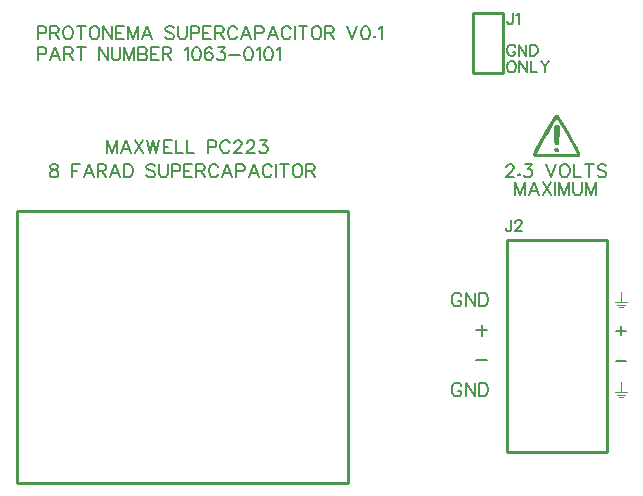
<source format=gto>
G04 Layer: TopSilkscreenLayer*
G04 EasyEDA v6.5.34, 2023-08-01 23:33:27*
G04 74fb3d3c296a4d11a7f64f3819e37d63,5a6b42c53f6a479593ecc07194224c93,10*
G04 Gerber Generator version 0.2*
G04 Scale: 100 percent, Rotated: No, Reflected: No *
G04 Dimensions in millimeters *
G04 leading zeros omitted , absolute positions ,4 integer and 5 decimal *
%FSLAX45Y45*%
%MOMM*%

%ADD10C,0.1524*%
%ADD11C,0.2540*%

%LPD*%
G36*
X5153355Y4853533D02*
G01*
X5145684Y4851857D01*
X5139385Y4848047D01*
X5135575Y4842510D01*
X5115864Y4809591D01*
X5084775Y4755896D01*
X5043373Y4683302D01*
X5007102Y4619091D01*
X4966817Y4546244D01*
X4960010Y4533239D01*
X4957826Y4528566D01*
X4956987Y4524400D01*
X4987493Y4524400D01*
X4987594Y4525213D01*
X4992979Y4535627D01*
X5015585Y4576419D01*
X5049266Y4636109D01*
X5087162Y4702606D01*
X5122265Y4763668D01*
X5147665Y4807153D01*
X5154574Y4818532D01*
X5156454Y4821224D01*
X5157317Y4820259D01*
X5162143Y4812588D01*
X5182616Y4777790D01*
X5213959Y4723180D01*
X5290464Y4587290D01*
X5326024Y4523384D01*
X5325211Y4523028D01*
X5318353Y4522419D01*
X5283555Y4521555D01*
X5221071Y4520996D01*
X5035753Y4521149D01*
X5011267Y4521555D01*
X4996688Y4522165D01*
X4992319Y4522571D01*
X4989576Y4523079D01*
X4988052Y4523689D01*
X4987493Y4524400D01*
X4956987Y4524400D01*
X4956200Y4520488D01*
X4957013Y4512614D01*
X4960162Y4505401D01*
X4965496Y4499152D01*
X4971897Y4493615D01*
X5274564Y4493869D01*
X5321401Y4494580D01*
X5333644Y4495241D01*
X5340705Y4496104D01*
X5344312Y4497273D01*
X5345379Y4497984D01*
X5350052Y4502708D01*
X5353456Y4508093D01*
X5355488Y4514088D01*
X5356199Y4520692D01*
X5355590Y4522825D01*
X5351221Y4532579D01*
X5342991Y4548733D01*
X5331612Y4570272D01*
X5301691Y4624933D01*
X5266334Y4687925D01*
X5230520Y4750612D01*
X5199126Y4804206D01*
X5186629Y4824933D01*
X5173624Y4845304D01*
X5171084Y4848707D01*
X5169611Y4850180D01*
X5161635Y4852974D01*
G37*
G36*
X5155895Y4771186D02*
G01*
X5147767Y4769967D01*
X5142941Y4767173D01*
X5137708Y4762754D01*
X5133187Y4757674D01*
X5130342Y4752848D01*
X5129936Y4748987D01*
X5129834Y4740757D01*
X5130444Y4713986D01*
X5132019Y4678375D01*
X5133441Y4652213D01*
X5134813Y4632350D01*
X5136286Y4617923D01*
X5137150Y4612487D01*
X5138166Y4608017D01*
X5139334Y4604512D01*
X5140655Y4601768D01*
X5142230Y4599736D01*
X5144058Y4598263D01*
X5146141Y4597247D01*
X5148580Y4596587D01*
X5154422Y4595876D01*
X5159197Y4595825D01*
X5163362Y4596485D01*
X5166969Y4597857D01*
X5170220Y4599940D01*
X5172100Y4601667D01*
X5173624Y4603750D01*
X5174792Y4606747D01*
X5175707Y4611268D01*
X5176520Y4617974D01*
X5178145Y4640021D01*
X5181092Y4693005D01*
X5182260Y4726787D01*
X5182209Y4738370D01*
X5181701Y4747006D01*
X5180787Y4753203D01*
X5179466Y4757318D01*
X5178653Y4758740D01*
X5172303Y4765192D01*
X5164429Y4769459D01*
G37*
G36*
X5155285Y4575810D02*
G01*
X5150408Y4574895D01*
X5145735Y4572812D01*
X5141468Y4569460D01*
X5138064Y4565142D01*
X5136184Y4560570D01*
X5135575Y4555947D01*
X5136134Y4551476D01*
X5137810Y4547209D01*
X5140350Y4543348D01*
X5143703Y4540097D01*
X5147665Y4537608D01*
X5152186Y4535982D01*
X5157063Y4535424D01*
X5162194Y4536135D01*
X5167426Y4538167D01*
X5172354Y4542586D01*
X5175453Y4548886D01*
X5176469Y4556150D01*
X5175046Y4563211D01*
X5172405Y4567885D01*
X5168900Y4571492D01*
X5164734Y4574032D01*
X5160111Y4575505D01*
G37*
G36*
X5697982Y2592578D02*
G01*
X5697982Y2505456D01*
X5645404Y2505456D01*
X5645404Y2497328D01*
X5759196Y2497328D01*
X5759196Y2505456D01*
X5706618Y2505456D01*
X5706618Y2592578D01*
G37*
G36*
X5664962Y2483866D02*
G01*
X5664962Y2475738D01*
X5739638Y2475738D01*
X5739638Y2483866D01*
G37*
G36*
X5682742Y2462022D02*
G01*
X5682742Y2454402D01*
X5721858Y2454402D01*
X5721858Y2462022D01*
G37*
G36*
X5697982Y3354578D02*
G01*
X5697982Y3267456D01*
X5645404Y3267456D01*
X5645404Y3259328D01*
X5759196Y3259328D01*
X5759196Y3267456D01*
X5706618Y3267456D01*
X5706618Y3354578D01*
G37*
G36*
X5664962Y3245866D02*
G01*
X5664962Y3237738D01*
X5739638Y3237738D01*
X5739638Y3245866D01*
G37*
G36*
X5682742Y3224022D02*
G01*
X5682742Y3216402D01*
X5721858Y3216402D01*
X5721858Y3224022D01*
G37*
D10*
X762000Y5423915D02*
G01*
X762000Y5314950D01*
X762000Y5423915D02*
G01*
X808736Y5423915D01*
X824229Y5418836D01*
X829563Y5413502D01*
X834644Y5403087D01*
X834644Y5387594D01*
X829563Y5377179D01*
X824229Y5372100D01*
X808736Y5366765D01*
X762000Y5366765D01*
X910589Y5423915D02*
G01*
X868934Y5314950D01*
X910589Y5423915D02*
G01*
X952245Y5314950D01*
X884681Y5351271D02*
G01*
X936497Y5351271D01*
X986536Y5423915D02*
G01*
X986536Y5314950D01*
X986536Y5423915D02*
G01*
X1033271Y5423915D01*
X1048765Y5418836D01*
X1054100Y5413502D01*
X1059179Y5403087D01*
X1059179Y5392673D01*
X1054100Y5382260D01*
X1048765Y5377179D01*
X1033271Y5372100D01*
X986536Y5372100D01*
X1022857Y5372100D02*
G01*
X1059179Y5314950D01*
X1129792Y5423915D02*
G01*
X1129792Y5314950D01*
X1093470Y5423915D02*
G01*
X1166113Y5423915D01*
X1280413Y5423915D02*
G01*
X1280413Y5314950D01*
X1280413Y5423915D02*
G01*
X1353312Y5314950D01*
X1353312Y5423915D02*
G01*
X1353312Y5314950D01*
X1387602Y5423915D02*
G01*
X1387602Y5345937D01*
X1392681Y5330444D01*
X1403095Y5320029D01*
X1418589Y5314950D01*
X1429004Y5314950D01*
X1444752Y5320029D01*
X1455165Y5330444D01*
X1460245Y5345937D01*
X1460245Y5423915D01*
X1494536Y5423915D02*
G01*
X1494536Y5314950D01*
X1494536Y5423915D02*
G01*
X1536192Y5314950D01*
X1577594Y5423915D02*
G01*
X1536192Y5314950D01*
X1577594Y5423915D02*
G01*
X1577594Y5314950D01*
X1611884Y5423915D02*
G01*
X1611884Y5314950D01*
X1611884Y5423915D02*
G01*
X1658620Y5423915D01*
X1674368Y5418836D01*
X1679447Y5413502D01*
X1684781Y5403087D01*
X1684781Y5392673D01*
X1679447Y5382260D01*
X1674368Y5377179D01*
X1658620Y5372100D01*
X1611884Y5372100D02*
G01*
X1658620Y5372100D01*
X1674368Y5366765D01*
X1679447Y5361686D01*
X1684781Y5351271D01*
X1684781Y5335523D01*
X1679447Y5325110D01*
X1674368Y5320029D01*
X1658620Y5314950D01*
X1611884Y5314950D01*
X1719071Y5423915D02*
G01*
X1719071Y5314950D01*
X1719071Y5423915D02*
G01*
X1786636Y5423915D01*
X1719071Y5372100D02*
G01*
X1760473Y5372100D01*
X1719071Y5314950D02*
G01*
X1786636Y5314950D01*
X1820926Y5423915D02*
G01*
X1820926Y5314950D01*
X1820926Y5423915D02*
G01*
X1867662Y5423915D01*
X1883155Y5418836D01*
X1888489Y5413502D01*
X1893570Y5403087D01*
X1893570Y5392673D01*
X1888489Y5382260D01*
X1883155Y5377179D01*
X1867662Y5372100D01*
X1820926Y5372100D01*
X1857247Y5372100D02*
G01*
X1893570Y5314950D01*
X2007870Y5403087D02*
G01*
X2018284Y5408421D01*
X2033777Y5423915D01*
X2033777Y5314950D01*
X2099309Y5423915D02*
G01*
X2083815Y5418836D01*
X2073402Y5403087D01*
X2068068Y5377179D01*
X2068068Y5361686D01*
X2073402Y5335523D01*
X2083815Y5320029D01*
X2099309Y5314950D01*
X2109724Y5314950D01*
X2125218Y5320029D01*
X2135631Y5335523D01*
X2140965Y5361686D01*
X2140965Y5377179D01*
X2135631Y5403087D01*
X2125218Y5418836D01*
X2109724Y5423915D01*
X2099309Y5423915D01*
X2237486Y5408421D02*
G01*
X2232406Y5418836D01*
X2216658Y5423915D01*
X2206243Y5423915D01*
X2190750Y5418836D01*
X2180336Y5403087D01*
X2175256Y5377179D01*
X2175256Y5351271D01*
X2180336Y5330444D01*
X2190750Y5320029D01*
X2206243Y5314950D01*
X2211577Y5314950D01*
X2227072Y5320029D01*
X2237486Y5330444D01*
X2242820Y5345937D01*
X2242820Y5351271D01*
X2237486Y5366765D01*
X2227072Y5377179D01*
X2211577Y5382260D01*
X2206243Y5382260D01*
X2190750Y5377179D01*
X2180336Y5366765D01*
X2175256Y5351271D01*
X2287270Y5423915D02*
G01*
X2344420Y5423915D01*
X2313431Y5382260D01*
X2328925Y5382260D01*
X2339340Y5377179D01*
X2344420Y5372100D01*
X2349754Y5356352D01*
X2349754Y5345937D01*
X2344420Y5330444D01*
X2334259Y5320029D01*
X2318511Y5314950D01*
X2303018Y5314950D01*
X2287270Y5320029D01*
X2282190Y5325110D01*
X2277109Y5335523D01*
X2384043Y5361686D02*
G01*
X2477515Y5361686D01*
X2543047Y5423915D02*
G01*
X2527300Y5418836D01*
X2517140Y5403087D01*
X2511806Y5377179D01*
X2511806Y5361686D01*
X2517140Y5335523D01*
X2527300Y5320029D01*
X2543047Y5314950D01*
X2553461Y5314950D01*
X2568956Y5320029D01*
X2579370Y5335523D01*
X2584450Y5361686D01*
X2584450Y5377179D01*
X2579370Y5403087D01*
X2568956Y5418836D01*
X2553461Y5423915D01*
X2543047Y5423915D01*
X2618740Y5403087D02*
G01*
X2629154Y5408421D01*
X2644902Y5423915D01*
X2644902Y5314950D01*
X2710179Y5423915D02*
G01*
X2694686Y5418836D01*
X2684272Y5403087D01*
X2679191Y5377179D01*
X2679191Y5361686D01*
X2684272Y5335523D01*
X2694686Y5320029D01*
X2710179Y5314950D01*
X2720593Y5314950D01*
X2736341Y5320029D01*
X2746756Y5335523D01*
X2751836Y5361686D01*
X2751836Y5377179D01*
X2746756Y5403087D01*
X2736341Y5418836D01*
X2720593Y5423915D01*
X2710179Y5423915D01*
X2786125Y5403087D02*
G01*
X2796540Y5408421D01*
X2812034Y5423915D01*
X2812034Y5314950D01*
X762000Y5601715D02*
G01*
X762000Y5492750D01*
X762000Y5601715D02*
G01*
X808736Y5601715D01*
X824229Y5596636D01*
X829563Y5591302D01*
X834644Y5580887D01*
X834644Y5565394D01*
X829563Y5554979D01*
X824229Y5549900D01*
X808736Y5544565D01*
X762000Y5544565D01*
X868934Y5601715D02*
G01*
X868934Y5492750D01*
X868934Y5601715D02*
G01*
X915670Y5601715D01*
X931418Y5596636D01*
X936497Y5591302D01*
X941831Y5580887D01*
X941831Y5570473D01*
X936497Y5560060D01*
X931418Y5554979D01*
X915670Y5549900D01*
X868934Y5549900D01*
X905510Y5549900D02*
G01*
X941831Y5492750D01*
X1007110Y5601715D02*
G01*
X996950Y5596636D01*
X986536Y5586221D01*
X981202Y5575807D01*
X976121Y5560060D01*
X976121Y5534152D01*
X981202Y5518657D01*
X986536Y5508244D01*
X996950Y5497829D01*
X1007110Y5492750D01*
X1027937Y5492750D01*
X1038352Y5497829D01*
X1048765Y5508244D01*
X1054100Y5518657D01*
X1059179Y5534152D01*
X1059179Y5560060D01*
X1054100Y5575807D01*
X1048765Y5586221D01*
X1038352Y5596636D01*
X1027937Y5601715D01*
X1007110Y5601715D01*
X1129792Y5601715D02*
G01*
X1129792Y5492750D01*
X1093470Y5601715D02*
G01*
X1166113Y5601715D01*
X1231645Y5601715D02*
G01*
X1221231Y5596636D01*
X1210818Y5586221D01*
X1205737Y5575807D01*
X1200404Y5560060D01*
X1200404Y5534152D01*
X1205737Y5518657D01*
X1210818Y5508244D01*
X1221231Y5497829D01*
X1231645Y5492750D01*
X1252473Y5492750D01*
X1262887Y5497829D01*
X1273302Y5508244D01*
X1278381Y5518657D01*
X1283715Y5534152D01*
X1283715Y5560060D01*
X1278381Y5575807D01*
X1273302Y5586221D01*
X1262887Y5596636D01*
X1252473Y5601715D01*
X1231645Y5601715D01*
X1318005Y5601715D02*
G01*
X1318005Y5492750D01*
X1318005Y5601715D02*
G01*
X1390650Y5492750D01*
X1390650Y5601715D02*
G01*
X1390650Y5492750D01*
X1424939Y5601715D02*
G01*
X1424939Y5492750D01*
X1424939Y5601715D02*
G01*
X1492504Y5601715D01*
X1424939Y5549900D02*
G01*
X1466595Y5549900D01*
X1424939Y5492750D02*
G01*
X1492504Y5492750D01*
X1526794Y5601715D02*
G01*
X1526794Y5492750D01*
X1526794Y5601715D02*
G01*
X1568450Y5492750D01*
X1609852Y5601715D02*
G01*
X1568450Y5492750D01*
X1609852Y5601715D02*
G01*
X1609852Y5492750D01*
X1685797Y5601715D02*
G01*
X1644142Y5492750D01*
X1685797Y5601715D02*
G01*
X1727200Y5492750D01*
X1659889Y5529071D02*
G01*
X1711705Y5529071D01*
X1914397Y5586221D02*
G01*
X1903984Y5596636D01*
X1888489Y5601715D01*
X1867662Y5601715D01*
X1851913Y5596636D01*
X1841500Y5586221D01*
X1841500Y5575807D01*
X1846834Y5565394D01*
X1851913Y5560060D01*
X1862328Y5554979D01*
X1893570Y5544565D01*
X1903984Y5539486D01*
X1909063Y5534152D01*
X1914397Y5523737D01*
X1914397Y5508244D01*
X1903984Y5497829D01*
X1888489Y5492750D01*
X1867662Y5492750D01*
X1851913Y5497829D01*
X1841500Y5508244D01*
X1948688Y5601715D02*
G01*
X1948688Y5523737D01*
X1953768Y5508244D01*
X1964181Y5497829D01*
X1979929Y5492750D01*
X1990090Y5492750D01*
X2005838Y5497829D01*
X2016252Y5508244D01*
X2021331Y5523737D01*
X2021331Y5601715D01*
X2055622Y5601715D02*
G01*
X2055622Y5492750D01*
X2055622Y5601715D02*
G01*
X2102358Y5601715D01*
X2118106Y5596636D01*
X2123186Y5591302D01*
X2128520Y5580887D01*
X2128520Y5565394D01*
X2123186Y5554979D01*
X2118106Y5549900D01*
X2102358Y5544565D01*
X2055622Y5544565D01*
X2162809Y5601715D02*
G01*
X2162809Y5492750D01*
X2162809Y5601715D02*
G01*
X2230120Y5601715D01*
X2162809Y5549900D02*
G01*
X2204211Y5549900D01*
X2162809Y5492750D02*
G01*
X2230120Y5492750D01*
X2264409Y5601715D02*
G01*
X2264409Y5492750D01*
X2264409Y5601715D02*
G01*
X2311400Y5601715D01*
X2326893Y5596636D01*
X2331974Y5591302D01*
X2337308Y5580887D01*
X2337308Y5570473D01*
X2331974Y5560060D01*
X2326893Y5554979D01*
X2311400Y5549900D01*
X2264409Y5549900D01*
X2300986Y5549900D02*
G01*
X2337308Y5492750D01*
X2449575Y5575807D02*
G01*
X2444241Y5586221D01*
X2433827Y5596636D01*
X2423413Y5601715D01*
X2402840Y5601715D01*
X2392425Y5596636D01*
X2382011Y5586221D01*
X2376677Y5575807D01*
X2371597Y5560060D01*
X2371597Y5534152D01*
X2376677Y5518657D01*
X2382011Y5508244D01*
X2392425Y5497829D01*
X2402840Y5492750D01*
X2423413Y5492750D01*
X2433827Y5497829D01*
X2444241Y5508244D01*
X2449575Y5518657D01*
X2525268Y5601715D02*
G01*
X2483865Y5492750D01*
X2525268Y5601715D02*
G01*
X2566924Y5492750D01*
X2499359Y5529071D02*
G01*
X2551429Y5529071D01*
X2601213Y5601715D02*
G01*
X2601213Y5492750D01*
X2601213Y5601715D02*
G01*
X2647950Y5601715D01*
X2663443Y5596636D01*
X2668777Y5591302D01*
X2673858Y5580887D01*
X2673858Y5565394D01*
X2668777Y5554979D01*
X2663443Y5549900D01*
X2647950Y5544565D01*
X2601213Y5544565D01*
X2749804Y5601715D02*
G01*
X2708147Y5492750D01*
X2749804Y5601715D02*
G01*
X2791459Y5492750D01*
X2723895Y5529071D02*
G01*
X2775711Y5529071D01*
X2903474Y5575807D02*
G01*
X2898393Y5586221D01*
X2887979Y5596636D01*
X2877565Y5601715D01*
X2856738Y5601715D01*
X2846324Y5596636D01*
X2835909Y5586221D01*
X2830829Y5575807D01*
X2825750Y5560060D01*
X2825750Y5534152D01*
X2830829Y5518657D01*
X2835909Y5508244D01*
X2846324Y5497829D01*
X2856738Y5492750D01*
X2877565Y5492750D01*
X2887979Y5497829D01*
X2898393Y5508244D01*
X2903474Y5518657D01*
X2937763Y5601715D02*
G01*
X2937763Y5492750D01*
X3008629Y5601715D02*
G01*
X3008629Y5492750D01*
X2972054Y5601715D02*
G01*
X3044952Y5601715D01*
X3110229Y5601715D02*
G01*
X3100070Y5596636D01*
X3089656Y5586221D01*
X3084322Y5575807D01*
X3079241Y5560060D01*
X3079241Y5534152D01*
X3084322Y5518657D01*
X3089656Y5508244D01*
X3100070Y5497829D01*
X3110229Y5492750D01*
X3131058Y5492750D01*
X3141472Y5497829D01*
X3151886Y5508244D01*
X3157220Y5518657D01*
X3162300Y5534152D01*
X3162300Y5560060D01*
X3157220Y5575807D01*
X3151886Y5586221D01*
X3141472Y5596636D01*
X3131058Y5601715D01*
X3110229Y5601715D01*
X3196590Y5601715D02*
G01*
X3196590Y5492750D01*
X3196590Y5601715D02*
G01*
X3243325Y5601715D01*
X3258820Y5596636D01*
X3264154Y5591302D01*
X3269234Y5580887D01*
X3269234Y5570473D01*
X3264154Y5560060D01*
X3258820Y5554979D01*
X3243325Y5549900D01*
X3196590Y5549900D01*
X3232911Y5549900D02*
G01*
X3269234Y5492750D01*
X3383534Y5601715D02*
G01*
X3425190Y5492750D01*
X3466845Y5601715D02*
G01*
X3425190Y5492750D01*
X3532124Y5601715D02*
G01*
X3516629Y5596636D01*
X3506215Y5580887D01*
X3501136Y5554979D01*
X3501136Y5539486D01*
X3506215Y5513323D01*
X3516629Y5497829D01*
X3532124Y5492750D01*
X3542538Y5492750D01*
X3558286Y5497829D01*
X3568700Y5513323D01*
X3573779Y5539486D01*
X3573779Y5554979D01*
X3568700Y5580887D01*
X3558286Y5596636D01*
X3542538Y5601715D01*
X3532124Y5601715D01*
X3613150Y5518657D02*
G01*
X3608070Y5513323D01*
X3613150Y5508244D01*
X3618484Y5513323D01*
X3613150Y5518657D01*
X3652774Y5580887D02*
G01*
X3663188Y5586221D01*
X3678681Y5601715D01*
X3678681Y5492750D01*
X4470392Y2773420D02*
G01*
X4568690Y2773420D01*
X4519414Y3076442D02*
G01*
X4519414Y2978398D01*
X4470392Y3027420D02*
G01*
X4568690Y3027420D01*
X4348980Y2557520D02*
G01*
X4343646Y2568442D01*
X4332724Y2579364D01*
X4321802Y2584952D01*
X4299958Y2584952D01*
X4289036Y2579364D01*
X4278114Y2568442D01*
X4272526Y2557520D01*
X4267192Y2541264D01*
X4267192Y2514086D01*
X4272526Y2497576D01*
X4278114Y2486654D01*
X4289036Y2475732D01*
X4299958Y2470398D01*
X4321802Y2470398D01*
X4332724Y2475732D01*
X4343646Y2486654D01*
X4348980Y2497576D01*
X4348980Y2514086D01*
X4321802Y2514086D02*
G01*
X4348980Y2514086D01*
X4385048Y2584952D02*
G01*
X4385048Y2470398D01*
X4385048Y2584952D02*
G01*
X4461248Y2470398D01*
X4461248Y2584952D02*
G01*
X4461248Y2470398D01*
X4497316Y2584952D02*
G01*
X4497316Y2470398D01*
X4497316Y2584952D02*
G01*
X4535670Y2584952D01*
X4551926Y2579364D01*
X4562848Y2568442D01*
X4568182Y2557520D01*
X4573770Y2541264D01*
X4573770Y2514086D01*
X4568182Y2497576D01*
X4562848Y2486654D01*
X4551926Y2475732D01*
X4535670Y2470398D01*
X4497316Y2470398D01*
X4348988Y3319526D02*
G01*
X4343654Y3330447D01*
X4332731Y3341370D01*
X4321809Y3346957D01*
X4299965Y3346957D01*
X4289043Y3341370D01*
X4278122Y3330447D01*
X4272534Y3319526D01*
X4267200Y3303270D01*
X4267200Y3276092D01*
X4272534Y3259581D01*
X4278122Y3248660D01*
X4289043Y3237737D01*
X4299965Y3232404D01*
X4321809Y3232404D01*
X4332731Y3237737D01*
X4343654Y3248660D01*
X4348988Y3259581D01*
X4348988Y3276092D01*
X4321809Y3276092D02*
G01*
X4348988Y3276092D01*
X4385056Y3346957D02*
G01*
X4385056Y3232404D01*
X4385056Y3346957D02*
G01*
X4461256Y3232404D01*
X4461256Y3346957D02*
G01*
X4461256Y3232404D01*
X4497324Y3346957D02*
G01*
X4497324Y3232404D01*
X4497324Y3346957D02*
G01*
X4535677Y3346957D01*
X4551934Y3341370D01*
X4562856Y3330447D01*
X4568190Y3319526D01*
X4573777Y3303270D01*
X4573777Y3276092D01*
X4568190Y3259581D01*
X4562856Y3248660D01*
X4551934Y3237737D01*
X4535677Y3232404D01*
X4497324Y3232404D01*
X4769855Y3961655D02*
G01*
X4769855Y3889011D01*
X4765283Y3875295D01*
X4760711Y3870723D01*
X4751567Y3866151D01*
X4742677Y3866151D01*
X4733533Y3870723D01*
X4728961Y3875295D01*
X4724389Y3889011D01*
X4724389Y3898155D01*
X4804399Y3939049D02*
G01*
X4804399Y3943621D01*
X4808971Y3952511D01*
X4813543Y3957083D01*
X4822687Y3961655D01*
X4840721Y3961655D01*
X4849865Y3957083D01*
X4854437Y3952511D01*
X4859009Y3943621D01*
X4859009Y3934477D01*
X4854437Y3925333D01*
X4845293Y3911617D01*
X4799827Y3866151D01*
X4863581Y3866151D01*
X4782565Y5714237D02*
G01*
X4782565Y5641594D01*
X4777993Y5627878D01*
X4773422Y5623305D01*
X4764277Y5618734D01*
X4755388Y5618734D01*
X4746243Y5623305D01*
X4741672Y5627878D01*
X4737100Y5641594D01*
X4737100Y5650737D01*
X4812538Y5696204D02*
G01*
X4821681Y5700776D01*
X4835397Y5714237D01*
X4835397Y5618734D01*
X4805172Y5424931D02*
G01*
X4800854Y5434076D01*
X4791709Y5442965D01*
X4782565Y5447537D01*
X4764277Y5447537D01*
X4755388Y5442965D01*
X4746243Y5434076D01*
X4741672Y5424931D01*
X4737100Y5411215D01*
X4737100Y5388610D01*
X4741672Y5374894D01*
X4746243Y5365750D01*
X4755388Y5356605D01*
X4764277Y5352034D01*
X4782565Y5352034D01*
X4791709Y5356605D01*
X4800854Y5365750D01*
X4805172Y5374894D01*
X4805172Y5388610D01*
X4782565Y5388610D02*
G01*
X4805172Y5388610D01*
X4835397Y5447537D02*
G01*
X4835397Y5352034D01*
X4835397Y5447537D02*
G01*
X4898897Y5352034D01*
X4898897Y5447537D02*
G01*
X4898897Y5352034D01*
X4928870Y5447537D02*
G01*
X4928870Y5352034D01*
X4928870Y5447537D02*
G01*
X4960620Y5447537D01*
X4974336Y5442965D01*
X4983479Y5434076D01*
X4988052Y5424931D01*
X4992624Y5411215D01*
X4992624Y5388610D01*
X4988052Y5374894D01*
X4983479Y5365750D01*
X4974336Y5356605D01*
X4960620Y5352034D01*
X4928870Y5352034D01*
X4764277Y5307837D02*
G01*
X4755388Y5303265D01*
X4746243Y5294376D01*
X4741672Y5285231D01*
X4737100Y5271515D01*
X4737100Y5248910D01*
X4741672Y5235194D01*
X4746243Y5226050D01*
X4755388Y5216905D01*
X4764277Y5212334D01*
X4782565Y5212334D01*
X4791709Y5216905D01*
X4800854Y5226050D01*
X4805172Y5235194D01*
X4809743Y5248910D01*
X4809743Y5271515D01*
X4805172Y5285231D01*
X4800854Y5294376D01*
X4791709Y5303265D01*
X4782565Y5307837D01*
X4764277Y5307837D01*
X4839715Y5307837D02*
G01*
X4839715Y5212334D01*
X4839715Y5307837D02*
G01*
X4903470Y5212334D01*
X4903470Y5307837D02*
G01*
X4903470Y5212334D01*
X4933441Y5307837D02*
G01*
X4933441Y5212334D01*
X4933441Y5212334D02*
G01*
X4988052Y5212334D01*
X5018024Y5307837D02*
G01*
X5054345Y5262371D01*
X5054345Y5212334D01*
X5090668Y5307837D02*
G01*
X5054345Y5262371D01*
X5699475Y2986003D02*
G01*
X5699475Y3068045D01*
X5740364Y3026897D02*
G01*
X5658576Y3026897D01*
X5740379Y2772907D02*
G01*
X5658591Y2772907D01*
X889507Y4433315D02*
G01*
X874013Y4428236D01*
X868679Y4417821D01*
X868679Y4407407D01*
X874013Y4396994D01*
X884428Y4391660D01*
X905255Y4386579D01*
X920750Y4381500D01*
X931163Y4371086D01*
X936244Y4360671D01*
X936244Y4344923D01*
X931163Y4334510D01*
X925829Y4329429D01*
X910336Y4324350D01*
X889507Y4324350D01*
X874013Y4329429D01*
X868679Y4334510D01*
X863600Y4344923D01*
X863600Y4360671D01*
X868679Y4371086D01*
X879094Y4381500D01*
X894842Y4386579D01*
X915670Y4391660D01*
X925829Y4396994D01*
X931163Y4407407D01*
X931163Y4417821D01*
X925829Y4428236D01*
X910336Y4433315D01*
X889507Y4433315D01*
X1050544Y4433315D02*
G01*
X1050544Y4324350D01*
X1050544Y4433315D02*
G01*
X1118107Y4433315D01*
X1050544Y4381500D02*
G01*
X1092200Y4381500D01*
X1194054Y4433315D02*
G01*
X1152397Y4324350D01*
X1194054Y4433315D02*
G01*
X1235710Y4324350D01*
X1168145Y4360671D02*
G01*
X1219962Y4360671D01*
X1270000Y4433315D02*
G01*
X1270000Y4324350D01*
X1270000Y4433315D02*
G01*
X1316736Y4433315D01*
X1332229Y4428236D01*
X1337310Y4422902D01*
X1342644Y4412487D01*
X1342644Y4402073D01*
X1337310Y4391660D01*
X1332229Y4386579D01*
X1316736Y4381500D01*
X1270000Y4381500D01*
X1306321Y4381500D02*
G01*
X1342644Y4324350D01*
X1418589Y4433315D02*
G01*
X1376934Y4324350D01*
X1418589Y4433315D02*
G01*
X1459992Y4324350D01*
X1392428Y4360671D02*
G01*
X1444497Y4360671D01*
X1494281Y4433315D02*
G01*
X1494281Y4324350D01*
X1494281Y4433315D02*
G01*
X1530604Y4433315D01*
X1546352Y4428236D01*
X1556765Y4417821D01*
X1561845Y4407407D01*
X1567179Y4391660D01*
X1567179Y4365752D01*
X1561845Y4350257D01*
X1556765Y4339844D01*
X1546352Y4329429D01*
X1530604Y4324350D01*
X1494281Y4324350D01*
X1754123Y4417821D02*
G01*
X1743710Y4428236D01*
X1728215Y4433315D01*
X1707387Y4433315D01*
X1691639Y4428236D01*
X1681479Y4417821D01*
X1681479Y4407407D01*
X1686560Y4396994D01*
X1691639Y4391660D01*
X1702054Y4386579D01*
X1733295Y4376165D01*
X1743710Y4371086D01*
X1748789Y4365752D01*
X1754123Y4355337D01*
X1754123Y4339844D01*
X1743710Y4329429D01*
X1728215Y4324350D01*
X1707387Y4324350D01*
X1691639Y4329429D01*
X1681479Y4339844D01*
X1788413Y4433315D02*
G01*
X1788413Y4355337D01*
X1793494Y4339844D01*
X1803907Y4329429D01*
X1819655Y4324350D01*
X1830070Y4324350D01*
X1845563Y4329429D01*
X1855978Y4339844D01*
X1861057Y4355337D01*
X1861057Y4433315D01*
X1895347Y4433315D02*
G01*
X1895347Y4324350D01*
X1895347Y4433315D02*
G01*
X1942084Y4433315D01*
X1957831Y4428236D01*
X1962911Y4422902D01*
X1968245Y4412487D01*
X1968245Y4396994D01*
X1962911Y4386579D01*
X1957831Y4381500D01*
X1942084Y4376165D01*
X1895347Y4376165D01*
X2002536Y4433315D02*
G01*
X2002536Y4324350D01*
X2002536Y4433315D02*
G01*
X2070100Y4433315D01*
X2002536Y4381500D02*
G01*
X2043938Y4381500D01*
X2002536Y4324350D02*
G01*
X2070100Y4324350D01*
X2104390Y4433315D02*
G01*
X2104390Y4324350D01*
X2104390Y4433315D02*
G01*
X2151125Y4433315D01*
X2166620Y4428236D01*
X2171700Y4422902D01*
X2177034Y4412487D01*
X2177034Y4402073D01*
X2171700Y4391660D01*
X2166620Y4386579D01*
X2151125Y4381500D01*
X2104390Y4381500D01*
X2140711Y4381500D02*
G01*
X2177034Y4324350D01*
X2289302Y4407407D02*
G01*
X2283968Y4417821D01*
X2273554Y4428236D01*
X2263140Y4433315D01*
X2242565Y4433315D01*
X2232152Y4428236D01*
X2221738Y4417821D01*
X2216404Y4407407D01*
X2211324Y4391660D01*
X2211324Y4365752D01*
X2216404Y4350257D01*
X2221738Y4339844D01*
X2232152Y4329429D01*
X2242565Y4324350D01*
X2263140Y4324350D01*
X2273554Y4329429D01*
X2283968Y4339844D01*
X2289302Y4350257D01*
X2364993Y4433315D02*
G01*
X2323591Y4324350D01*
X2364993Y4433315D02*
G01*
X2406650Y4324350D01*
X2339086Y4360671D02*
G01*
X2391156Y4360671D01*
X2440940Y4433315D02*
G01*
X2440940Y4324350D01*
X2440940Y4433315D02*
G01*
X2487675Y4433315D01*
X2503170Y4428236D01*
X2508504Y4422902D01*
X2513584Y4412487D01*
X2513584Y4396994D01*
X2508504Y4386579D01*
X2503170Y4381500D01*
X2487675Y4376165D01*
X2440940Y4376165D01*
X2589529Y4433315D02*
G01*
X2547874Y4324350D01*
X2589529Y4433315D02*
G01*
X2631186Y4324350D01*
X2563622Y4360671D02*
G01*
X2615438Y4360671D01*
X2743200Y4407407D02*
G01*
X2738120Y4417821D01*
X2727706Y4428236D01*
X2717291Y4433315D01*
X2696463Y4433315D01*
X2686050Y4428236D01*
X2675890Y4417821D01*
X2670556Y4407407D01*
X2665475Y4391660D01*
X2665475Y4365752D01*
X2670556Y4350257D01*
X2675890Y4339844D01*
X2686050Y4329429D01*
X2696463Y4324350D01*
X2717291Y4324350D01*
X2727706Y4329429D01*
X2738120Y4339844D01*
X2743200Y4350257D01*
X2777490Y4433315D02*
G01*
X2777490Y4324350D01*
X2848356Y4433315D02*
G01*
X2848356Y4324350D01*
X2811779Y4433315D02*
G01*
X2884677Y4433315D01*
X2950209Y4433315D02*
G01*
X2939795Y4428236D01*
X2929381Y4417821D01*
X2924047Y4407407D01*
X2918968Y4391660D01*
X2918968Y4365752D01*
X2924047Y4350257D01*
X2929381Y4339844D01*
X2939795Y4329429D01*
X2950209Y4324350D01*
X2970784Y4324350D01*
X2981197Y4329429D01*
X2991611Y4339844D01*
X2996945Y4350257D01*
X3002025Y4365752D01*
X3002025Y4391660D01*
X2996945Y4407407D01*
X2991611Y4417821D01*
X2981197Y4428236D01*
X2970784Y4433315D01*
X2950209Y4433315D01*
X3036315Y4433315D02*
G01*
X3036315Y4324350D01*
X3036315Y4433315D02*
G01*
X3083052Y4433315D01*
X3098800Y4428236D01*
X3103879Y4422902D01*
X3108959Y4412487D01*
X3108959Y4402073D01*
X3103879Y4391660D01*
X3098800Y4386579D01*
X3083052Y4381500D01*
X3036315Y4381500D01*
X3072638Y4381500D02*
G01*
X3108959Y4324350D01*
X1346200Y4636515D02*
G01*
X1346200Y4527550D01*
X1346200Y4636515D02*
G01*
X1387855Y4527550D01*
X1429257Y4636515D02*
G01*
X1387855Y4527550D01*
X1429257Y4636515D02*
G01*
X1429257Y4527550D01*
X1505204Y4636515D02*
G01*
X1463547Y4527550D01*
X1505204Y4636515D02*
G01*
X1546860Y4527550D01*
X1479295Y4563871D02*
G01*
X1531112Y4563871D01*
X1581150Y4636515D02*
G01*
X1653794Y4527550D01*
X1653794Y4636515D02*
G01*
X1581150Y4527550D01*
X1688084Y4636515D02*
G01*
X1713992Y4527550D01*
X1739900Y4636515D02*
G01*
X1713992Y4527550D01*
X1739900Y4636515D02*
G01*
X1766062Y4527550D01*
X1791970Y4636515D02*
G01*
X1766062Y4527550D01*
X1826260Y4636515D02*
G01*
X1826260Y4527550D01*
X1826260Y4636515D02*
G01*
X1893823Y4636515D01*
X1826260Y4584700D02*
G01*
X1867915Y4584700D01*
X1826260Y4527550D02*
G01*
X1893823Y4527550D01*
X1928113Y4636515D02*
G01*
X1928113Y4527550D01*
X1928113Y4527550D02*
G01*
X1990343Y4527550D01*
X2024634Y4636515D02*
G01*
X2024634Y4527550D01*
X2024634Y4527550D02*
G01*
X2087118Y4527550D01*
X2201418Y4636515D02*
G01*
X2201418Y4527550D01*
X2201418Y4636515D02*
G01*
X2248154Y4636515D01*
X2263647Y4631436D01*
X2268981Y4626102D01*
X2274061Y4615687D01*
X2274061Y4600194D01*
X2268981Y4589779D01*
X2263647Y4584700D01*
X2248154Y4579365D01*
X2201418Y4579365D01*
X2386329Y4610607D02*
G01*
X2381250Y4621021D01*
X2370836Y4631436D01*
X2360422Y4636515D01*
X2339593Y4636515D01*
X2329179Y4631436D01*
X2318765Y4621021D01*
X2313686Y4610607D01*
X2308352Y4594860D01*
X2308352Y4568952D01*
X2313686Y4553457D01*
X2318765Y4543044D01*
X2329179Y4532629D01*
X2339593Y4527550D01*
X2360422Y4527550D01*
X2370836Y4532629D01*
X2381250Y4543044D01*
X2386329Y4553457D01*
X2425700Y4610607D02*
G01*
X2425700Y4615687D01*
X2431034Y4626102D01*
X2436113Y4631436D01*
X2446527Y4636515D01*
X2467356Y4636515D01*
X2477770Y4631436D01*
X2482850Y4626102D01*
X2488184Y4615687D01*
X2488184Y4605273D01*
X2482850Y4594860D01*
X2472690Y4579365D01*
X2420620Y4527550D01*
X2493263Y4527550D01*
X2532888Y4610607D02*
G01*
X2532888Y4615687D01*
X2537968Y4626102D01*
X2543302Y4631436D01*
X2553715Y4636515D01*
X2574290Y4636515D01*
X2584704Y4631436D01*
X2590038Y4626102D01*
X2595118Y4615687D01*
X2595118Y4605273D01*
X2590038Y4594860D01*
X2579624Y4579365D01*
X2527554Y4527550D01*
X2600452Y4527550D01*
X2645156Y4636515D02*
G01*
X2702306Y4636515D01*
X2671063Y4594860D01*
X2686558Y4594860D01*
X2696972Y4589779D01*
X2702306Y4584700D01*
X2707386Y4568952D01*
X2707386Y4558537D01*
X2702306Y4543044D01*
X2691891Y4532629D01*
X2676143Y4527550D01*
X2660650Y4527550D01*
X2645156Y4532629D01*
X2639822Y4537710D01*
X2634741Y4548123D01*
X4729477Y4407407D02*
G01*
X4729477Y4412487D01*
X4734811Y4422902D01*
X4739891Y4428236D01*
X4750305Y4433315D01*
X4771133Y4433315D01*
X4781547Y4428236D01*
X4786627Y4422902D01*
X4791961Y4412487D01*
X4791961Y4402073D01*
X4786627Y4391660D01*
X4776467Y4376165D01*
X4724397Y4324350D01*
X4797041Y4324350D01*
X4836665Y4350257D02*
G01*
X4831331Y4344923D01*
X4836665Y4339844D01*
X4841745Y4344923D01*
X4836665Y4350257D01*
X4886449Y4433315D02*
G01*
X4943599Y4433315D01*
X4912357Y4391660D01*
X4928105Y4391660D01*
X4938519Y4386579D01*
X4943599Y4381500D01*
X4948933Y4365752D01*
X4948933Y4355337D01*
X4943599Y4339844D01*
X4933185Y4329429D01*
X4917691Y4324350D01*
X4902197Y4324350D01*
X4886449Y4329429D01*
X4881369Y4334510D01*
X4876035Y4344923D01*
X5063233Y4433315D02*
G01*
X5104635Y4324350D01*
X5146291Y4433315D02*
G01*
X5104635Y4324350D01*
X5211823Y4433315D02*
G01*
X5201409Y4428236D01*
X5190995Y4417821D01*
X5185661Y4407407D01*
X5180581Y4391660D01*
X5180581Y4365752D01*
X5185661Y4350257D01*
X5190995Y4339844D01*
X5201409Y4329429D01*
X5211823Y4324350D01*
X5232397Y4324350D01*
X5242811Y4329429D01*
X5253225Y4339844D01*
X5258559Y4350257D01*
X5263639Y4365752D01*
X5263639Y4391660D01*
X5258559Y4407407D01*
X5253225Y4417821D01*
X5242811Y4428236D01*
X5232397Y4433315D01*
X5211823Y4433315D01*
X5297929Y4433315D02*
G01*
X5297929Y4324350D01*
X5297929Y4324350D02*
G01*
X5360413Y4324350D01*
X5431025Y4433315D02*
G01*
X5431025Y4324350D01*
X5394703Y4433315D02*
G01*
X5467347Y4433315D01*
X5574281Y4417821D02*
G01*
X5563867Y4428236D01*
X5548373Y4433315D01*
X5527545Y4433315D01*
X5512051Y4428236D01*
X5501637Y4417821D01*
X5501637Y4407407D01*
X5506717Y4396994D01*
X5512051Y4391660D01*
X5522465Y4386579D01*
X5553707Y4376165D01*
X5563867Y4371086D01*
X5569201Y4365752D01*
X5574281Y4355337D01*
X5574281Y4339844D01*
X5563867Y4329429D01*
X5548373Y4324350D01*
X5527545Y4324350D01*
X5512051Y4329429D01*
X5501637Y4339844D01*
X4800600Y4280915D02*
G01*
X4800600Y4171950D01*
X4800600Y4280915D02*
G01*
X4842256Y4171950D01*
X4883658Y4280915D02*
G01*
X4842256Y4171950D01*
X4883658Y4280915D02*
G01*
X4883658Y4171950D01*
X4959604Y4280915D02*
G01*
X4917947Y4171950D01*
X4959604Y4280915D02*
G01*
X5001259Y4171950D01*
X4933695Y4208271D02*
G01*
X4985511Y4208271D01*
X5035550Y4280915D02*
G01*
X5108193Y4171950D01*
X5108193Y4280915D02*
G01*
X5035550Y4171950D01*
X5142484Y4280915D02*
G01*
X5142484Y4171950D01*
X5176774Y4280915D02*
G01*
X5176774Y4171950D01*
X5176774Y4280915D02*
G01*
X5218429Y4171950D01*
X5259831Y4280915D02*
G01*
X5218429Y4171950D01*
X5259831Y4280915D02*
G01*
X5259831Y4171950D01*
X5294122Y4280915D02*
G01*
X5294122Y4202937D01*
X5299456Y4187444D01*
X5309870Y4177029D01*
X5325363Y4171950D01*
X5335777Y4171950D01*
X5351272Y4177029D01*
X5361686Y4187444D01*
X5367020Y4202937D01*
X5367020Y4280915D01*
X5401309Y4280915D02*
G01*
X5401309Y4171950D01*
X5401309Y4280915D02*
G01*
X5442711Y4171950D01*
X5484368Y4280915D02*
G01*
X5442711Y4171950D01*
X5484368Y4280915D02*
G01*
X5484368Y4171950D01*
D11*
X4445000Y5715000D02*
G01*
X4699000Y5715000D01*
X4699000Y5207000D01*
X4445000Y5207000D01*
X4445000Y5715000D01*
X4731207Y3794887D02*
G01*
X5581218Y3794887D01*
X5581218Y1994890D01*
X4731207Y1994890D01*
X4731207Y3794887D01*
X584200Y4038600D02*
G01*
X3384194Y4038600D01*
X3384194Y1738604D01*
X584200Y1738604D01*
X584200Y4038600D01*
M02*

</source>
